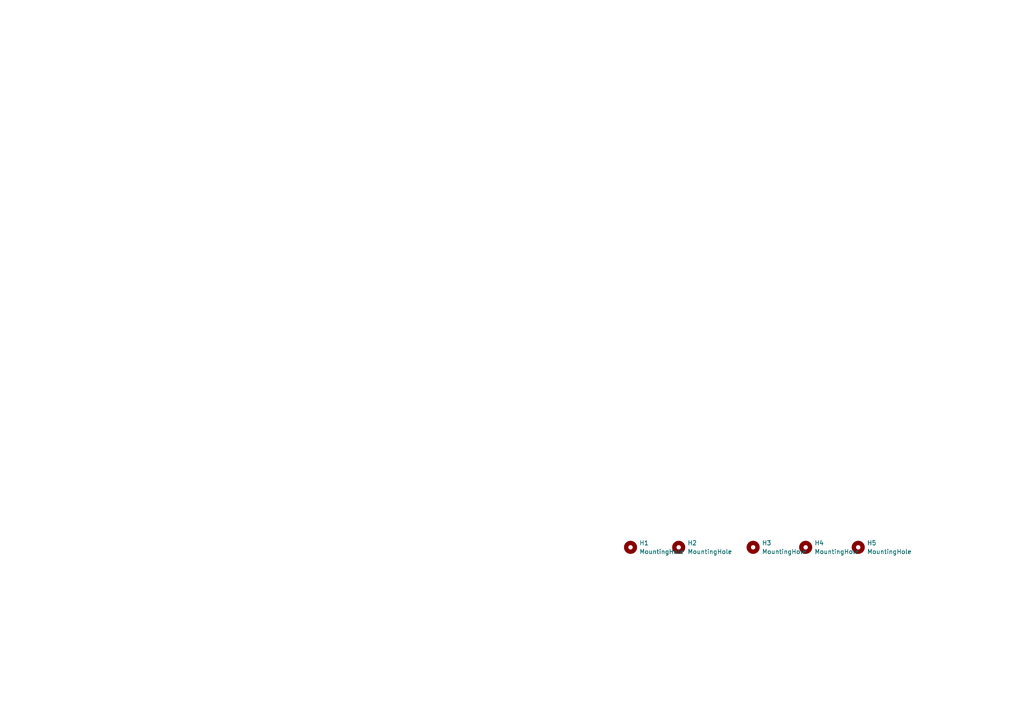
<source format=kicad_sch>
(kicad_sch (version 20230121) (generator eeschema)
  (paper "A4")
  (lib_symbols
    (symbol "Mechanical:MountingHole" (pin_names (offset 1.016))
      (property "Reference" "H" (at 0 5.08 0))
      (property "Value" "MountingHole" (at 0 3.175 0))
      (symbol "MountingHole_0_1"
        (circle (center 0 0) (radius 1.27) (stroke (width 1.27)))
      )
    )
  )
  (symbol (lib_id "Mechanical:MountingHole") (at 233.68 158.75 0) (unit 1)
    (property "Reference" "H4" (at 236.22 157.48 0) (effects (justify left)))
    (property "Value" "MountingHole" (at 236.22 160.02 0) (effects (justify left)))
    (property "Footprint" "MountingHole:MountingHole_5.3mm_M5" (effects hide))
  )
  (symbol (lib_id "Mechanical:MountingHole") (at 196.85 158.75 0) (unit 1)
    (property "Reference" "H2" (at 199.39 157.48 0) (effects (justify left)))
    (property "Value" "MountingHole" (at 199.39 160.02 0) (effects (justify left)))
    (property "Footprint" "MountingHole:MountingHole_3.5mm" (effects hide))
  )
  (symbol (lib_id "Mechanical:MountingHole") (at 248.92 158.75 0) (unit 1)
    (property "Reference" "H5" (at 251.46 157.48 0) (effects (justify left)))
    (property "Value" "MountingHole" (at 251.46 160.02 0) (effects (justify left)))
    (property "Footprint" "MountingHole:MountingHole_5.3mm_M5" (effects hide))
  )
  (symbol (lib_id "Mechanical:MountingHole") (at 182.88 158.75 0) (unit 1)
    (property "Reference" "H1" (at 185.42 157.48 0) (effects (justify left)))
    (property "Value" "MountingHole" (at 185.42 160.02 0) (effects (justify left)))
    (property "Footprint" "MountingHole:MountingHole_3.5mm" (effects hide))
  )
  (symbol (lib_id "Mechanical:MountingHole") (at 218.44 158.75 0) (unit 1)
    (property "Reference" "H3" (at 220.98 157.48 0) (effects (justify left)))
    (property "Value" "MountingHole" (at 220.98 160.02 0) (effects (justify left)))
    (property "Footprint" "MountingHole:MountingHole_5.3mm_M5" (effects hide))
  )
)
</source>
